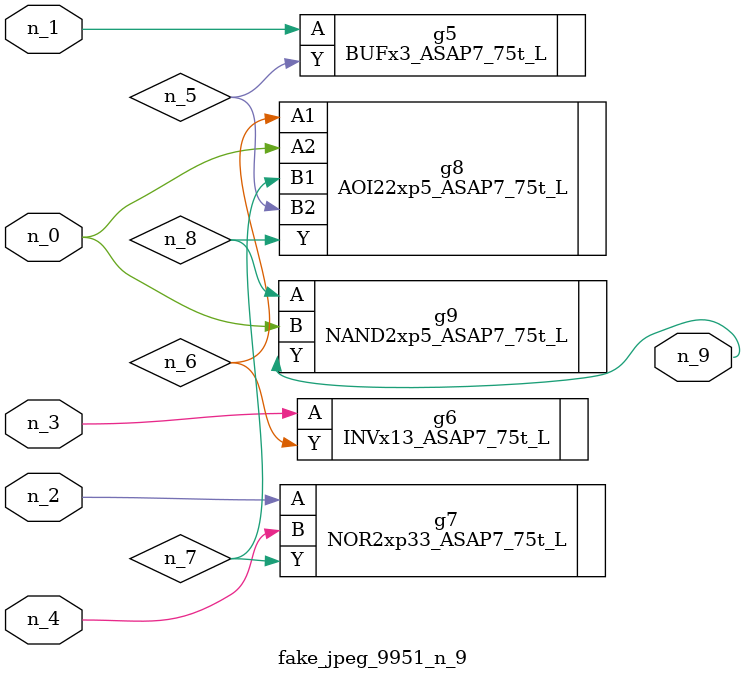
<source format=v>
module fake_jpeg_9951_n_9 (n_3, n_2, n_1, n_0, n_4, n_9);

input n_3;
input n_2;
input n_1;
input n_0;
input n_4;

output n_9;

wire n_8;
wire n_6;
wire n_5;
wire n_7;

BUFx3_ASAP7_75t_L g5 ( 
.A(n_1),
.Y(n_5)
);

INVx13_ASAP7_75t_L g6 ( 
.A(n_3),
.Y(n_6)
);

NOR2xp33_ASAP7_75t_L g7 ( 
.A(n_2),
.B(n_4),
.Y(n_7)
);

AOI22xp5_ASAP7_75t_L g8 ( 
.A1(n_6),
.A2(n_0),
.B1(n_7),
.B2(n_5),
.Y(n_8)
);

NAND2xp5_ASAP7_75t_L g9 ( 
.A(n_8),
.B(n_0),
.Y(n_9)
);


endmodule
</source>
